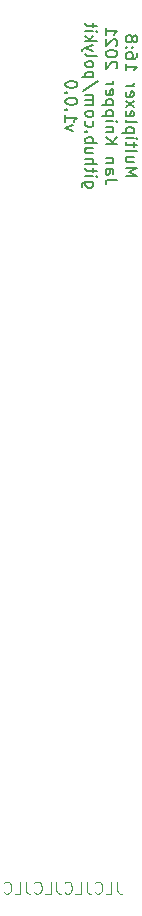
<source format=gbr>
%TF.GenerationSoftware,KiCad,Pcbnew,5.1.10-88a1d61d58~88~ubuntu20.10.1*%
%TF.CreationDate,2021-06-30T17:02:04+02:00*%
%TF.ProjectId,multiplexer-8,6d756c74-6970-46c6-9578-65722d382e6b,v1.0.0*%
%TF.SameCoordinates,Original*%
%TF.FileFunction,Legend,Bot*%
%TF.FilePolarity,Positive*%
%FSLAX46Y46*%
G04 Gerber Fmt 4.6, Leading zero omitted, Abs format (unit mm)*
G04 Created by KiCad (PCBNEW 5.1.10-88a1d61d58~88~ubuntu20.10.1) date 2021-06-30 17:02:04*
%MOMM*%
%LPD*%
G01*
G04 APERTURE LIST*
%ADD10C,0.100000*%
%ADD11C,0.200000*%
G04 APERTURE END LIST*
D10*
X99369047Y-136202380D02*
X99369047Y-136916666D01*
X99416666Y-137059523D01*
X99511904Y-137154761D01*
X99654761Y-137202380D01*
X99750000Y-137202380D01*
X98416666Y-137202380D02*
X98892857Y-137202380D01*
X98892857Y-136202380D01*
X97511904Y-137107142D02*
X97559523Y-137154761D01*
X97702380Y-137202380D01*
X97797619Y-137202380D01*
X97940476Y-137154761D01*
X98035714Y-137059523D01*
X98083333Y-136964285D01*
X98130952Y-136773809D01*
X98130952Y-136630952D01*
X98083333Y-136440476D01*
X98035714Y-136345238D01*
X97940476Y-136250000D01*
X97797619Y-136202380D01*
X97702380Y-136202380D01*
X97559523Y-136250000D01*
X97511904Y-136297619D01*
X96797619Y-136202380D02*
X96797619Y-136916666D01*
X96845238Y-137059523D01*
X96940476Y-137154761D01*
X97083333Y-137202380D01*
X97178571Y-137202380D01*
X95845238Y-137202380D02*
X96321428Y-137202380D01*
X96321428Y-136202380D01*
X94940476Y-137107142D02*
X94988095Y-137154761D01*
X95130952Y-137202380D01*
X95226190Y-137202380D01*
X95369047Y-137154761D01*
X95464285Y-137059523D01*
X95511904Y-136964285D01*
X95559523Y-136773809D01*
X95559523Y-136630952D01*
X95511904Y-136440476D01*
X95464285Y-136345238D01*
X95369047Y-136250000D01*
X95226190Y-136202380D01*
X95130952Y-136202380D01*
X94988095Y-136250000D01*
X94940476Y-136297619D01*
X94226190Y-136202380D02*
X94226190Y-136916666D01*
X94273809Y-137059523D01*
X94369047Y-137154761D01*
X94511904Y-137202380D01*
X94607142Y-137202380D01*
X93273809Y-137202380D02*
X93750000Y-137202380D01*
X93750000Y-136202380D01*
X92369047Y-137107142D02*
X92416666Y-137154761D01*
X92559523Y-137202380D01*
X92654761Y-137202380D01*
X92797619Y-137154761D01*
X92892857Y-137059523D01*
X92940476Y-136964285D01*
X92988095Y-136773809D01*
X92988095Y-136630952D01*
X92940476Y-136440476D01*
X92892857Y-136345238D01*
X92797619Y-136250000D01*
X92654761Y-136202380D01*
X92559523Y-136202380D01*
X92416666Y-136250000D01*
X92369047Y-136297619D01*
X91654761Y-136202380D02*
X91654761Y-136916666D01*
X91702380Y-137059523D01*
X91797619Y-137154761D01*
X91940476Y-137202380D01*
X92035714Y-137202380D01*
X90702380Y-137202380D02*
X91178571Y-137202380D01*
X91178571Y-136202380D01*
X89797619Y-137107142D02*
X89845238Y-137154761D01*
X89988095Y-137202380D01*
X90083333Y-137202380D01*
X90226190Y-137154761D01*
X90321428Y-137059523D01*
X90369047Y-136964285D01*
X90416666Y-136773809D01*
X90416666Y-136630952D01*
X90369047Y-136440476D01*
X90321428Y-136345238D01*
X90226190Y-136250000D01*
X90083333Y-136202380D01*
X89988095Y-136202380D01*
X89845238Y-136250000D01*
X89797619Y-136297619D01*
D11*
X100097619Y-76404761D02*
X101097619Y-76404761D01*
X100383333Y-76071428D01*
X101097619Y-75738095D01*
X100097619Y-75738095D01*
X100764285Y-74833333D02*
X100097619Y-74833333D01*
X100764285Y-75261904D02*
X100240476Y-75261904D01*
X100145238Y-75214285D01*
X100097619Y-75119047D01*
X100097619Y-74976190D01*
X100145238Y-74880952D01*
X100192857Y-74833333D01*
X100097619Y-74214285D02*
X100145238Y-74309523D01*
X100240476Y-74357142D01*
X101097619Y-74357142D01*
X100764285Y-73976190D02*
X100764285Y-73595238D01*
X101097619Y-73833333D02*
X100240476Y-73833333D01*
X100145238Y-73785714D01*
X100097619Y-73690476D01*
X100097619Y-73595238D01*
X100097619Y-73261904D02*
X100764285Y-73261904D01*
X101097619Y-73261904D02*
X101050000Y-73309523D01*
X101002380Y-73261904D01*
X101050000Y-73214285D01*
X101097619Y-73261904D01*
X101002380Y-73261904D01*
X100764285Y-72785714D02*
X99764285Y-72785714D01*
X100716666Y-72785714D02*
X100764285Y-72690476D01*
X100764285Y-72500000D01*
X100716666Y-72404761D01*
X100669047Y-72357142D01*
X100573809Y-72309523D01*
X100288095Y-72309523D01*
X100192857Y-72357142D01*
X100145238Y-72404761D01*
X100097619Y-72500000D01*
X100097619Y-72690476D01*
X100145238Y-72785714D01*
X100097619Y-71738095D02*
X100145238Y-71833333D01*
X100240476Y-71880952D01*
X101097619Y-71880952D01*
X100145238Y-70976190D02*
X100097619Y-71071428D01*
X100097619Y-71261904D01*
X100145238Y-71357142D01*
X100240476Y-71404761D01*
X100621428Y-71404761D01*
X100716666Y-71357142D01*
X100764285Y-71261904D01*
X100764285Y-71071428D01*
X100716666Y-70976190D01*
X100621428Y-70928571D01*
X100526190Y-70928571D01*
X100430952Y-71404761D01*
X100097619Y-70595238D02*
X100764285Y-70071428D01*
X100764285Y-70595238D02*
X100097619Y-70071428D01*
X100145238Y-69309523D02*
X100097619Y-69404761D01*
X100097619Y-69595238D01*
X100145238Y-69690476D01*
X100240476Y-69738095D01*
X100621428Y-69738095D01*
X100716666Y-69690476D01*
X100764285Y-69595238D01*
X100764285Y-69404761D01*
X100716666Y-69309523D01*
X100621428Y-69261904D01*
X100526190Y-69261904D01*
X100430952Y-69738095D01*
X100097619Y-68833333D02*
X100764285Y-68833333D01*
X100573809Y-68833333D02*
X100669047Y-68785714D01*
X100716666Y-68738095D01*
X100764285Y-68642857D01*
X100764285Y-68547619D01*
X100097619Y-66928571D02*
X100097619Y-67500000D01*
X100097619Y-67214285D02*
X101097619Y-67214285D01*
X100954761Y-67309523D01*
X100859523Y-67404761D01*
X100811904Y-67500000D01*
X101097619Y-66071428D02*
X101097619Y-66261904D01*
X101050000Y-66357142D01*
X101002380Y-66404761D01*
X100859523Y-66500000D01*
X100669047Y-66547619D01*
X100288095Y-66547619D01*
X100192857Y-66500000D01*
X100145238Y-66452380D01*
X100097619Y-66357142D01*
X100097619Y-66166666D01*
X100145238Y-66071428D01*
X100192857Y-66023809D01*
X100288095Y-65976190D01*
X100526190Y-65976190D01*
X100621428Y-66023809D01*
X100669047Y-66071428D01*
X100716666Y-66166666D01*
X100716666Y-66357142D01*
X100669047Y-66452380D01*
X100621428Y-66500000D01*
X100526190Y-66547619D01*
X100192857Y-65547619D02*
X100145238Y-65500000D01*
X100097619Y-65547619D01*
X100145238Y-65595238D01*
X100192857Y-65547619D01*
X100097619Y-65547619D01*
X100716666Y-65547619D02*
X100669047Y-65500000D01*
X100621428Y-65547619D01*
X100669047Y-65595238D01*
X100716666Y-65547619D01*
X100621428Y-65547619D01*
X100669047Y-64928571D02*
X100716666Y-65023809D01*
X100764285Y-65071428D01*
X100859523Y-65119047D01*
X100907142Y-65119047D01*
X101002380Y-65071428D01*
X101050000Y-65023809D01*
X101097619Y-64928571D01*
X101097619Y-64738095D01*
X101050000Y-64642857D01*
X101002380Y-64595238D01*
X100907142Y-64547619D01*
X100859523Y-64547619D01*
X100764285Y-64595238D01*
X100716666Y-64642857D01*
X100669047Y-64738095D01*
X100669047Y-64928571D01*
X100621428Y-65023809D01*
X100573809Y-65071428D01*
X100478571Y-65119047D01*
X100288095Y-65119047D01*
X100192857Y-65071428D01*
X100145238Y-65023809D01*
X100097619Y-64928571D01*
X100097619Y-64738095D01*
X100145238Y-64642857D01*
X100192857Y-64595238D01*
X100288095Y-64547619D01*
X100478571Y-64547619D01*
X100573809Y-64595238D01*
X100621428Y-64642857D01*
X100669047Y-64738095D01*
X99397619Y-76761904D02*
X98683333Y-76761904D01*
X98540476Y-76809523D01*
X98445238Y-76904761D01*
X98397619Y-77047619D01*
X98397619Y-77142857D01*
X98397619Y-75857142D02*
X98921428Y-75857142D01*
X99016666Y-75904761D01*
X99064285Y-76000000D01*
X99064285Y-76190476D01*
X99016666Y-76285714D01*
X98445238Y-75857142D02*
X98397619Y-75952380D01*
X98397619Y-76190476D01*
X98445238Y-76285714D01*
X98540476Y-76333333D01*
X98635714Y-76333333D01*
X98730952Y-76285714D01*
X98778571Y-76190476D01*
X98778571Y-75952380D01*
X98826190Y-75857142D01*
X99064285Y-75380952D02*
X98397619Y-75380952D01*
X98969047Y-75380952D02*
X99016666Y-75333333D01*
X99064285Y-75238095D01*
X99064285Y-75095238D01*
X99016666Y-75000000D01*
X98921428Y-74952380D01*
X98397619Y-74952380D01*
X98397619Y-73714285D02*
X99397619Y-73714285D01*
X98397619Y-73142857D02*
X98969047Y-73571428D01*
X99397619Y-73142857D02*
X98826190Y-73714285D01*
X99064285Y-72714285D02*
X98397619Y-72714285D01*
X98969047Y-72714285D02*
X99016666Y-72666666D01*
X99064285Y-72571428D01*
X99064285Y-72428571D01*
X99016666Y-72333333D01*
X98921428Y-72285714D01*
X98397619Y-72285714D01*
X98397619Y-71809523D02*
X99064285Y-71809523D01*
X99397619Y-71809523D02*
X99350000Y-71857142D01*
X99302380Y-71809523D01*
X99350000Y-71761904D01*
X99397619Y-71809523D01*
X99302380Y-71809523D01*
X99064285Y-71333333D02*
X98064285Y-71333333D01*
X99016666Y-71333333D02*
X99064285Y-71238095D01*
X99064285Y-71047619D01*
X99016666Y-70952380D01*
X98969047Y-70904761D01*
X98873809Y-70857142D01*
X98588095Y-70857142D01*
X98492857Y-70904761D01*
X98445238Y-70952380D01*
X98397619Y-71047619D01*
X98397619Y-71238095D01*
X98445238Y-71333333D01*
X99064285Y-70428571D02*
X98064285Y-70428571D01*
X99016666Y-70428571D02*
X99064285Y-70333333D01*
X99064285Y-70142857D01*
X99016666Y-70047619D01*
X98969047Y-70000000D01*
X98873809Y-69952380D01*
X98588095Y-69952380D01*
X98492857Y-70000000D01*
X98445238Y-70047619D01*
X98397619Y-70142857D01*
X98397619Y-70333333D01*
X98445238Y-70428571D01*
X98445238Y-69142857D02*
X98397619Y-69238095D01*
X98397619Y-69428571D01*
X98445238Y-69523809D01*
X98540476Y-69571428D01*
X98921428Y-69571428D01*
X99016666Y-69523809D01*
X99064285Y-69428571D01*
X99064285Y-69238095D01*
X99016666Y-69142857D01*
X98921428Y-69095238D01*
X98826190Y-69095238D01*
X98730952Y-69571428D01*
X98397619Y-68666666D02*
X99064285Y-68666666D01*
X98873809Y-68666666D02*
X98969047Y-68619047D01*
X99016666Y-68571428D01*
X99064285Y-68476190D01*
X99064285Y-68380952D01*
X99302380Y-67333333D02*
X99350000Y-67285714D01*
X99397619Y-67190476D01*
X99397619Y-66952380D01*
X99350000Y-66857142D01*
X99302380Y-66809523D01*
X99207142Y-66761904D01*
X99111904Y-66761904D01*
X98969047Y-66809523D01*
X98397619Y-67380952D01*
X98397619Y-66761904D01*
X99397619Y-66142857D02*
X99397619Y-66047619D01*
X99350000Y-65952380D01*
X99302380Y-65904761D01*
X99207142Y-65857142D01*
X99016666Y-65809523D01*
X98778571Y-65809523D01*
X98588095Y-65857142D01*
X98492857Y-65904761D01*
X98445238Y-65952380D01*
X98397619Y-66047619D01*
X98397619Y-66142857D01*
X98445238Y-66238095D01*
X98492857Y-66285714D01*
X98588095Y-66333333D01*
X98778571Y-66380952D01*
X99016666Y-66380952D01*
X99207142Y-66333333D01*
X99302380Y-66285714D01*
X99350000Y-66238095D01*
X99397619Y-66142857D01*
X99302380Y-65428571D02*
X99350000Y-65380952D01*
X99397619Y-65285714D01*
X99397619Y-65047619D01*
X99350000Y-64952380D01*
X99302380Y-64904761D01*
X99207142Y-64857142D01*
X99111904Y-64857142D01*
X98969047Y-64904761D01*
X98397619Y-65476190D01*
X98397619Y-64857142D01*
X98397619Y-63904761D02*
X98397619Y-64476190D01*
X98397619Y-64190476D02*
X99397619Y-64190476D01*
X99254761Y-64285714D01*
X99159523Y-64380952D01*
X99111904Y-64476190D01*
X97364285Y-76952380D02*
X96554761Y-76952380D01*
X96459523Y-77000000D01*
X96411904Y-77047619D01*
X96364285Y-77142857D01*
X96364285Y-77285714D01*
X96411904Y-77380952D01*
X96745238Y-76952380D02*
X96697619Y-77047619D01*
X96697619Y-77238095D01*
X96745238Y-77333333D01*
X96792857Y-77380952D01*
X96888095Y-77428571D01*
X97173809Y-77428571D01*
X97269047Y-77380952D01*
X97316666Y-77333333D01*
X97364285Y-77238095D01*
X97364285Y-77047619D01*
X97316666Y-76952380D01*
X96697619Y-76476190D02*
X97364285Y-76476190D01*
X97697619Y-76476190D02*
X97650000Y-76523809D01*
X97602380Y-76476190D01*
X97650000Y-76428571D01*
X97697619Y-76476190D01*
X97602380Y-76476190D01*
X97364285Y-76142857D02*
X97364285Y-75761904D01*
X97697619Y-76000000D02*
X96840476Y-76000000D01*
X96745238Y-75952380D01*
X96697619Y-75857142D01*
X96697619Y-75761904D01*
X96697619Y-75428571D02*
X97697619Y-75428571D01*
X96697619Y-75000000D02*
X97221428Y-75000000D01*
X97316666Y-75047619D01*
X97364285Y-75142857D01*
X97364285Y-75285714D01*
X97316666Y-75380952D01*
X97269047Y-75428571D01*
X97364285Y-74095238D02*
X96697619Y-74095238D01*
X97364285Y-74523809D02*
X96840476Y-74523809D01*
X96745238Y-74476190D01*
X96697619Y-74380952D01*
X96697619Y-74238095D01*
X96745238Y-74142857D01*
X96792857Y-74095238D01*
X96697619Y-73619047D02*
X97697619Y-73619047D01*
X97316666Y-73619047D02*
X97364285Y-73523809D01*
X97364285Y-73333333D01*
X97316666Y-73238095D01*
X97269047Y-73190476D01*
X97173809Y-73142857D01*
X96888095Y-73142857D01*
X96792857Y-73190476D01*
X96745238Y-73238095D01*
X96697619Y-73333333D01*
X96697619Y-73523809D01*
X96745238Y-73619047D01*
X96792857Y-72714285D02*
X96745238Y-72666666D01*
X96697619Y-72714285D01*
X96745238Y-72761904D01*
X96792857Y-72714285D01*
X96697619Y-72714285D01*
X96745238Y-71809523D02*
X96697619Y-71904761D01*
X96697619Y-72095238D01*
X96745238Y-72190476D01*
X96792857Y-72238095D01*
X96888095Y-72285714D01*
X97173809Y-72285714D01*
X97269047Y-72238095D01*
X97316666Y-72190476D01*
X97364285Y-72095238D01*
X97364285Y-71904761D01*
X97316666Y-71809523D01*
X96697619Y-71238095D02*
X96745238Y-71333333D01*
X96792857Y-71380952D01*
X96888095Y-71428571D01*
X97173809Y-71428571D01*
X97269047Y-71380952D01*
X97316666Y-71333333D01*
X97364285Y-71238095D01*
X97364285Y-71095238D01*
X97316666Y-71000000D01*
X97269047Y-70952380D01*
X97173809Y-70904761D01*
X96888095Y-70904761D01*
X96792857Y-70952380D01*
X96745238Y-71000000D01*
X96697619Y-71095238D01*
X96697619Y-71238095D01*
X96697619Y-70476190D02*
X97364285Y-70476190D01*
X97269047Y-70476190D02*
X97316666Y-70428571D01*
X97364285Y-70333333D01*
X97364285Y-70190476D01*
X97316666Y-70095238D01*
X97221428Y-70047619D01*
X96697619Y-70047619D01*
X97221428Y-70047619D02*
X97316666Y-70000000D01*
X97364285Y-69904761D01*
X97364285Y-69761904D01*
X97316666Y-69666666D01*
X97221428Y-69619047D01*
X96697619Y-69619047D01*
X97745238Y-68428571D02*
X96459523Y-69285714D01*
X97364285Y-68095238D02*
X96364285Y-68095238D01*
X97316666Y-68095238D02*
X97364285Y-68000000D01*
X97364285Y-67809523D01*
X97316666Y-67714285D01*
X97269047Y-67666666D01*
X97173809Y-67619047D01*
X96888095Y-67619047D01*
X96792857Y-67666666D01*
X96745238Y-67714285D01*
X96697619Y-67809523D01*
X96697619Y-68000000D01*
X96745238Y-68095238D01*
X96697619Y-67047619D02*
X96745238Y-67142857D01*
X96792857Y-67190476D01*
X96888095Y-67238095D01*
X97173809Y-67238095D01*
X97269047Y-67190476D01*
X97316666Y-67142857D01*
X97364285Y-67047619D01*
X97364285Y-66904761D01*
X97316666Y-66809523D01*
X97269047Y-66761904D01*
X97173809Y-66714285D01*
X96888095Y-66714285D01*
X96792857Y-66761904D01*
X96745238Y-66809523D01*
X96697619Y-66904761D01*
X96697619Y-67047619D01*
X96697619Y-66142857D02*
X96745238Y-66238095D01*
X96840476Y-66285714D01*
X97697619Y-66285714D01*
X97364285Y-65857142D02*
X96697619Y-65619047D01*
X97364285Y-65380952D02*
X96697619Y-65619047D01*
X96459523Y-65714285D01*
X96411904Y-65761904D01*
X96364285Y-65857142D01*
X96697619Y-65000000D02*
X97697619Y-65000000D01*
X97078571Y-64904761D02*
X96697619Y-64619047D01*
X97364285Y-64619047D02*
X96983333Y-65000000D01*
X96697619Y-64190476D02*
X97364285Y-64190476D01*
X97697619Y-64190476D02*
X97650000Y-64238095D01*
X97602380Y-64190476D01*
X97650000Y-64142857D01*
X97697619Y-64190476D01*
X97602380Y-64190476D01*
X97364285Y-63857142D02*
X97364285Y-63476190D01*
X97697619Y-63714285D02*
X96840476Y-63714285D01*
X96745238Y-63666666D01*
X96697619Y-63571428D01*
X96697619Y-63476190D01*
X95664285Y-72642857D02*
X94997619Y-72404761D01*
X95664285Y-72166666D01*
X94997619Y-71261904D02*
X94997619Y-71833333D01*
X94997619Y-71547619D02*
X95997619Y-71547619D01*
X95854761Y-71642857D01*
X95759523Y-71738095D01*
X95711904Y-71833333D01*
X95092857Y-70833333D02*
X95045238Y-70785714D01*
X94997619Y-70833333D01*
X95045238Y-70880952D01*
X95092857Y-70833333D01*
X94997619Y-70833333D01*
X95997619Y-70166666D02*
X95997619Y-70071428D01*
X95950000Y-69976190D01*
X95902380Y-69928571D01*
X95807142Y-69880952D01*
X95616666Y-69833333D01*
X95378571Y-69833333D01*
X95188095Y-69880952D01*
X95092857Y-69928571D01*
X95045238Y-69976190D01*
X94997619Y-70071428D01*
X94997619Y-70166666D01*
X95045238Y-70261904D01*
X95092857Y-70309523D01*
X95188095Y-70357142D01*
X95378571Y-70404761D01*
X95616666Y-70404761D01*
X95807142Y-70357142D01*
X95902380Y-70309523D01*
X95950000Y-70261904D01*
X95997619Y-70166666D01*
X95092857Y-69404761D02*
X95045238Y-69357142D01*
X94997619Y-69404761D01*
X95045238Y-69452380D01*
X95092857Y-69404761D01*
X94997619Y-69404761D01*
X95997619Y-68738095D02*
X95997619Y-68642857D01*
X95950000Y-68547619D01*
X95902380Y-68500000D01*
X95807142Y-68452380D01*
X95616666Y-68404761D01*
X95378571Y-68404761D01*
X95188095Y-68452380D01*
X95092857Y-68500000D01*
X95045238Y-68547619D01*
X94997619Y-68642857D01*
X94997619Y-68738095D01*
X95045238Y-68833333D01*
X95092857Y-68880952D01*
X95188095Y-68928571D01*
X95378571Y-68976190D01*
X95616666Y-68976190D01*
X95807142Y-68928571D01*
X95902380Y-68880952D01*
X95950000Y-68833333D01*
X95997619Y-68738095D01*
M02*

</source>
